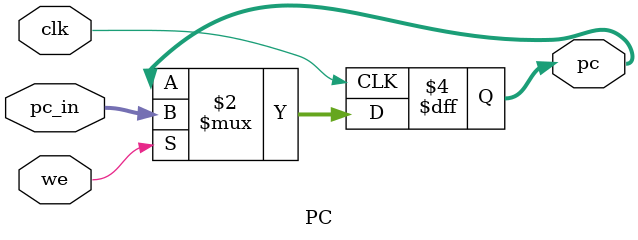
<source format=v>
`timescale 1ns / 1ps
module PC(
    input clk,
    input we,
    input [7:0]pc_in,
    output reg [7:0]pc
    );
    always @(posedge clk)begin
        if(we) pc<=pc_in;
    end
endmodule

</source>
